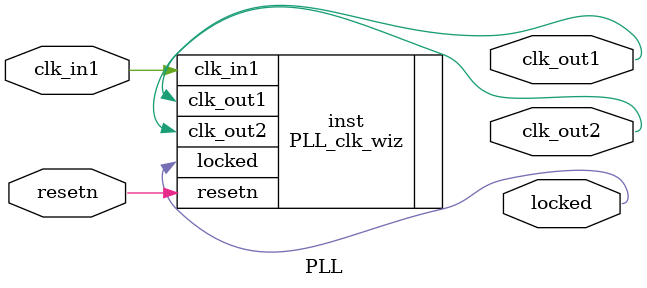
<source format=v>


`timescale 1ps/1ps

(* CORE_GENERATION_INFO = "PLL,clk_wiz_v6_0_0_0,{component_name=PLL,use_phase_alignment=true,use_min_o_jitter=false,use_max_i_jitter=false,use_dyn_phase_shift=false,use_inclk_switchover=false,use_dyn_reconfig=false,enable_axi=0,feedback_source=FDBK_AUTO,PRIMITIVE=MMCM,num_out_clk=2,clkin1_period=3.750,clkin2_period=10.0,use_power_down=false,use_reset=true,use_locked=true,use_inclk_stopped=false,feedback_type=SINGLE,CLOCK_MGR_TYPE=NA,manual_override=false}" *)

module PLL 
 (
  // Clock out ports
  output        clk_out1,
  output        clk_out2,
  // Status and control signals
  input         resetn,
  output        locked,
 // Clock in ports
  input         clk_in1
 );

  PLL_clk_wiz inst
  (
  // Clock out ports  
  .clk_out1(clk_out1),
  .clk_out2(clk_out2),
  // Status and control signals               
  .resetn(resetn), 
  .locked(locked),
 // Clock in ports
  .clk_in1(clk_in1)
  );

endmodule

</source>
